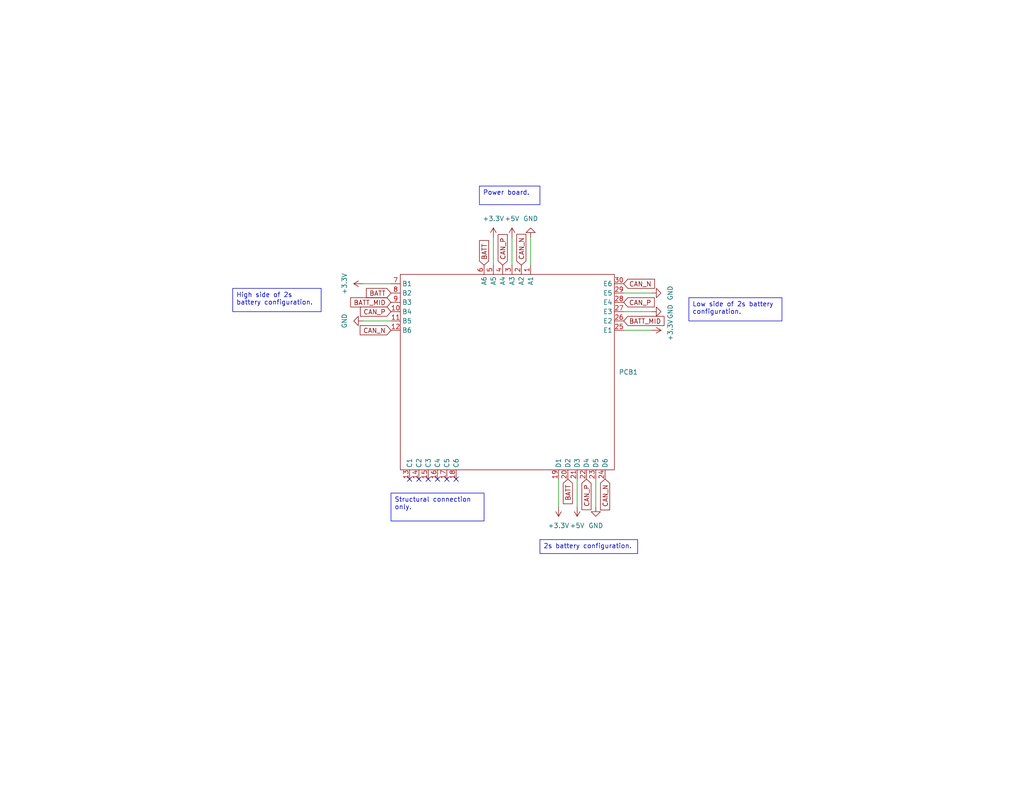
<source format=kicad_sch>
(kicad_sch (version 20230121) (generator eeschema)
  (paper "USLetter")
  (lib_symbols
    (symbol "TVSC:Core_PCB" (in_bom no)
      (property "Reference" "PCB" (at 0 0 0))
      (symbol "Core_PCB_0_1"
        (rectangle (start -29.21 26.67) (end 29.21 -26.67))
      )
      (symbol "Core_PCB_1_0"
        (pin passive line (at -31.75 16.51 0) (length 2.54) (name "B4") (number "10"))
        (pin passive line (at -31.75 13.97 0) (length 2.54) (name "B5") (number "11"))
        (pin passive line (at -31.75 11.43 0) (length 2.54) (name "B6") (number "12"))
        (pin passive line (at -26.67 -29.21 90) (length 2.54) (name "C1") (number "13"))
        (pin passive line (at -24.13 -29.21 90) (length 2.54) (name "C2") (number "14"))
        (pin passive line (at -21.59 -29.21 90) (length 2.54) (name "C3") (number "15"))
        (pin passive line (at -19.05 -29.21 90) (length 2.54) (name "C4") (number "16"))
        (pin passive line (at -16.51 -29.21 90) (length 2.54) (name "C5") (number "17"))
        (pin passive line (at -13.97 -29.21 90) (length 2.54) (name "C6") (number "18"))
        (pin passive line (at 13.97 -29.21 90) (length 2.54) (name "D1") (number "19"))
        (pin passive line (at 3.81 29.21 270) (length 2.54) (name "A2") (number "2"))
        (pin passive line (at 16.51 -29.21 90) (length 2.54) (name "D2") (number "20"))
        (pin passive line (at 19.05 -29.21 90) (length 2.54) (name "D3") (number "21"))
        (pin passive line (at 21.59 -29.21 90) (length 2.54) (name "D4") (number "22"))
        (pin passive line (at 24.13 -29.21 90) (length 2.54) (name "D5") (number "23"))
        (pin passive line (at 26.67 -29.21 90) (length 2.54) (name "D6") (number "24"))
        (pin passive line (at 31.75 11.43 180) (length 2.54) (name "E1") (number "25"))
        (pin passive line (at 31.75 13.97 180) (length 2.54) (name "E2") (number "26"))
        (pin passive line (at 31.75 16.51 180) (length 2.54) (name "E3") (number "27"))
        (pin passive line (at 31.75 19.05 180) (length 2.54) (name "E4") (number "28"))
        (pin passive line (at 31.75 21.59 180) (length 2.54) (name "E5") (number "29"))
        (pin passive line (at 1.27 29.21 270) (length 2.54) (name "A3") (number "3"))
        (pin passive line (at 31.75 24.13 180) (length 2.54) (name "E6") (number "30"))
        (pin passive line (at -1.27 29.21 270) (length 2.54) (name "A4") (number "4"))
        (pin passive line (at -3.81 29.21 270) (length 2.54) (name "A5") (number "5"))
        (pin passive line (at -6.35 29.21 270) (length 2.54) (name "A6") (number "6"))
        (pin passive line (at -31.75 24.13 0) (length 2.54) (name "B1") (number "7"))
        (pin passive line (at -31.75 21.59 0) (length 2.54) (name "B2") (number "8"))
        (pin passive line (at -31.75 19.05 0) (length 2.54) (name "B3") (number "9"))
      )
      (symbol "Core_PCB_1_1"
        (pin passive line (at 6.35 29.21 270) (length 2.54) (name "A1") (number "1"))
      )
    )
    (symbol "power:+3.3V" (power) (pin_names (offset 0))
      (property "Value" "+3.3V" (at 0 3.556 0))
      (symbol "+3.3V_0_1"
        (polyline (pts (xy -0.762 1.27) (xy 0 2.54)))
        (polyline (pts (xy 0 0) (xy 0 2.54)))
        (polyline (pts (xy 0 2.54) (xy 0.762 1.27)))
      )
      (symbol "+3.3V_1_1"
        (pin power_in line (at 0 0 90) (length 0) hide (name "+3.3V") (number "1"))
      )
    )
    (symbol "power:+5V" (power) (pin_names (offset 0))
      (property "Value" "+5V" (at 0 3.556 0))
      (symbol "+5V_0_1"
        (polyline (pts (xy -0.762 1.27) (xy 0 2.54)))
        (polyline (pts (xy 0 0) (xy 0 2.54)))
        (polyline (pts (xy 0 2.54) (xy 0.762 1.27)))
      )
      (symbol "+5V_1_1"
        (pin power_in line (at 0 0 90) (length 0) hide (name "+5V") (number "1"))
      )
    )
    (symbol "power:GND" (power) (pin_names (offset 0))
      (property "Value" "GND" (at 0 -3.81 0))
      (symbol "GND_0_1"
        (polyline (pts (xy 0 0) (xy 0 -1.27) (xy 1.27 -1.27) (xy 0 -2.54) (xy -1.27 -1.27) (xy 0 -1.27)))
      )
      (symbol "GND_1_1"
        (pin power_in line (at 0 0 270) (length 0) hide (name "GND") (number "1"))
      )
    )
  )
  (no_connect (at 114.3 130.81))
  (no_connect (at 124.46 130.81))
  (no_connect (at 111.76 130.81))
  (no_connect (at 119.38 130.81))
  (no_connect (at 116.84 130.81))
  (no_connect (at 121.92 130.81))
  (wire (pts (xy 157.48 138.43) (xy 157.48 130.81)))
  (wire (pts (xy 152.4 138.43) (xy 152.4 130.81)))
  (wire (pts (xy 177.8 90.17) (xy 170.18 90.17)))
  (wire (pts (xy 99.06 87.63) (xy 106.68 87.63)))
  (wire (pts (xy 134.62 64.77) (xy 134.62 72.39)))
  (wire (pts (xy 99.06 77.47) (xy 106.68 77.47)))
  (wire (pts (xy 144.78 64.77) (xy 144.78 72.39)))
  (wire (pts (xy 177.8 85.09) (xy 170.18 85.09)))
  (wire (pts (xy 139.7 64.77) (xy 139.7 72.39)))
  (wire (pts (xy 177.8 80.01) (xy 170.18 80.01)))
  (wire (pts (xy 162.56 138.43) (xy 162.56 130.81)))
  (text_box "High side of 2s battery configuration." (at 63.5 78.74 0) (size 24.13 6.35) (effects (font (size 1.27 1.27)) (justify left top)))
  (text_box "Structural connection only." (at 106.68 134.62 0) (size 25.4 7.62) (effects (font (size 1.27 1.27)) (justify left top)))
  (text_box "2s battery configuration." (at 147.32 147.32 0) (size 26.67 3.81) (effects (font (size 1.27 1.27)) (justify left top)))
  (text_box "Low side of 2s battery configuration." (at 187.96 81.28 0) (size 25.4 6.35) (effects (font (size 1.27 1.27)) (justify left top)))
  (text_box "Power board." (at 130.81 50.8 0) (size 16.51 5.08) (effects (font (size 1.27 1.27)) (justify left top)))
  (global_label "BATT" (shape input) (at 154.94 130.81 270) (property "Intersheetrefs" "${INTERSHEET_REFS}" (effects hide)))
  (global_label "CAN_N" (shape input) (at 165.1 130.81 270) (property "Intersheetrefs" "${INTERSHEET_REFS}" (effects hide)))
  (global_label "BATT" (shape input) (at 106.68 80.01 180) (property "Intersheetrefs" "${INTERSHEET_REFS}" (effects hide)))
  (global_label "CAN_P" (shape input) (at 137.16 72.39 90) (property "Intersheetrefs" "${INTERSHEET_REFS}" (effects hide)))
  (global_label "CAN_P" (shape input) (at 160.02 130.81 270) (property "Intersheetrefs" "${INTERSHEET_REFS}" (effects hide)))
  (global_label "CAN_N" (shape input) (at 106.68 90.17 180) (property "Intersheetrefs" "${INTERSHEET_REFS}" (effects hide)))
  (global_label "CAN_P" (shape input) (at 170.18 82.55 0) (property "Intersheetrefs" "${INTERSHEET_REFS}" (effects hide)))
  (global_label "CAN_P" (shape input) (at 106.68 85.09 180) (property "Intersheetrefs" "${INTERSHEET_REFS}" (effects hide)))
  (global_label "BATT_MID" (shape input) (at 170.18 87.63 0) (property "Intersheetrefs" "${INTERSHEET_REFS}" (effects hide)))
  (global_label "BATT_MID" (shape input) (at 106.68 82.55 180) (property "Intersheetrefs" "${INTERSHEET_REFS}" (effects hide)))
  (global_label "CAN_N" (shape input) (at 142.24 72.39 90) (property "Intersheetrefs" "${INTERSHEET_REFS}" (effects hide)))
  (global_label "BATT" (shape input) (at 132.08 72.39 90) (property "Intersheetrefs" "${INTERSHEET_REFS}" (effects hide)))
  (global_label "CAN_N" (shape input) (at 170.18 77.47 0) (property "Intersheetrefs" "${INTERSHEET_REFS}" (effects hide)))
  (symbol (lib_id "power:+3.3V") (at 177.8 90.17 270) (unit 1)
    (property "Reference" "#PWR06" (effects hide))
    (property "Value" "+3.3V" (at 182.88 90.17 0))
  )
  (symbol (lib_id "power:GND") (at 177.8 80.01 90) (unit 1)
    (property "Reference" "#PWR07" (effects hide))
    (property "Value" "GND" (at 182.88 80.01 0))
  )
  (symbol (lib_id "power:+3.3V") (at 134.62 64.77 0) (unit 1)
    (property "Reference" "#PWR03" (effects hide))
    (property "Value" "+3.3V" (at 134.62 59.69 0))
  )
  (symbol (lib_id "power:GND") (at 99.06 87.63 270) (unit 1)
    (property "Reference" "#PWR09" (effects hide))
    (property "Value" "GND" (at 93.98 87.63 0))
  )
  (symbol (lib_id "power:GND") (at 162.56 138.43 0) (unit 1)
    (property "Reference" "#PWR05" (effects hide))
    (property "Value" "GND" (at 162.56 143.51 0))
  )
  (symbol (lib_id "power:GND") (at 144.78 64.77 180) (unit 1)
    (property "Reference" "#PWR01" (effects hide))
    (property "Value" "GND" (at 144.78 59.69 0))
  )
  (symbol (lib_id "power:+5V") (at 157.48 138.43 180) (unit 1)
    (property "Reference" "#PWR08" (effects hide))
    (property "Value" "+5V" (at 157.48 143.51 0))
  )
  (symbol (lib_id "power:+3.3V") (at 152.4 138.43 180) (unit 1)
    (property "Reference" "#PWR04" (effects hide))
    (property "Value" "+3.3V" (at 152.4 143.51 0))
  )
  (symbol (lib_id "power:+3.3V") (at 99.06 77.47 90) (unit 1)
    (property "Reference" "#PWR010" (effects hide))
    (property "Value" "+3.3V" (at 93.98 77.47 0))
  )
  (symbol (lib_id "power:+5V") (at 139.7 64.77 0) (unit 1)
    (property "Reference" "#PWR02" (effects hide))
    (property "Value" "+5V" (at 139.7 59.69 0))
  )
  (symbol (lib_id "TVSC:Core_PCB") (at 138.43 101.6 0) (unit 1) (in_bom no)
    (property "Reference" "PCB1" (at 171.45 101.6 0))
    (property "Footprint" "footprints:Core_Board_PCB_Shape" (effects hide))
  )
  (symbol (lib_id "power:GND") (at 177.8 85.09 90) (unit 1)
    (property "Reference" "#PWR011" (effects hide))
    (property "Value" "GND" (at 182.88 85.09 0))
  )
)
</source>
